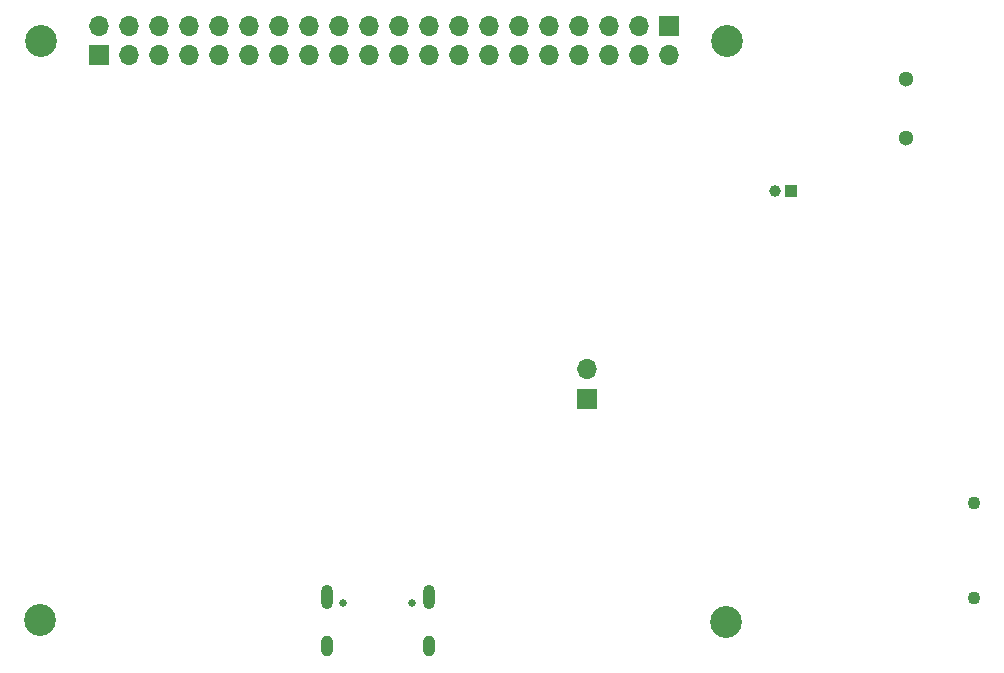
<source format=gbr>
%TF.GenerationSoftware,KiCad,Pcbnew,(6.0.0)*%
%TF.CreationDate,2022-08-30T21:50:04+08:00*%
%TF.ProjectId,F1C200S-HomeAssistant-Board,46314332-3030-4532-9d48-6f6d65417373,rev?*%
%TF.SameCoordinates,Original*%
%TF.FileFunction,Soldermask,Bot*%
%TF.FilePolarity,Negative*%
%FSLAX46Y46*%
G04 Gerber Fmt 4.6, Leading zero omitted, Abs format (unit mm)*
G04 Created by KiCad (PCBNEW (6.0.0)) date 2022-08-30 21:50:04*
%MOMM*%
%LPD*%
G01*
G04 APERTURE LIST*
%ADD10R,1.700000X1.700000*%
%ADD11O,1.700000X1.700000*%
%ADD12C,2.700000*%
%ADD13C,1.100000*%
%ADD14C,1.300000*%
%ADD15C,0.650000*%
%ADD16O,1.000000X2.100000*%
%ADD17O,1.000000X1.800000*%
%ADD18R,1.000000X1.000000*%
%ADD19C,1.000000*%
G04 APERTURE END LIST*
D10*
%TO.C,J4*%
X108245000Y-101900000D03*
D11*
X105705000Y-101900000D03*
X103165000Y-101900000D03*
X100625000Y-101900000D03*
X98085000Y-101900000D03*
X95545000Y-101900000D03*
X93005000Y-101900000D03*
X90465000Y-101900000D03*
X87925000Y-101900000D03*
X85385000Y-101900000D03*
X82845000Y-101900000D03*
X80305000Y-101900000D03*
X77765000Y-101900000D03*
X75225000Y-101900000D03*
X72685000Y-101900000D03*
X70145000Y-101900000D03*
X67605000Y-101900000D03*
X65065000Y-101900000D03*
X62525000Y-101900000D03*
X59985000Y-101900000D03*
%TD*%
D12*
%TO.C,H1*%
X55000000Y-152200000D03*
%TD*%
%TO.C,H2*%
X55100000Y-103200000D03*
%TD*%
D10*
%TO.C,J1*%
X101300000Y-133475000D03*
D11*
X101300000Y-130935000D03*
%TD*%
D13*
%TO.C,Card1*%
X134100000Y-150300000D03*
X134100000Y-142300000D03*
%TD*%
D12*
%TO.C,H3*%
X113200000Y-103200000D03*
%TD*%
D14*
%TO.C,USB1*%
X128312500Y-111400000D03*
X128312500Y-106400000D03*
%TD*%
D15*
%TO.C,U4*%
X86490000Y-150752500D03*
X80700000Y-150752500D03*
D16*
X79280000Y-150252500D03*
X87920000Y-150252500D03*
D17*
X87920000Y-154432500D03*
X79280000Y-154432500D03*
%TD*%
D10*
%TO.C,J2*%
X60000000Y-104400000D03*
D11*
X62540000Y-104400000D03*
X65080000Y-104400000D03*
X67620000Y-104400000D03*
X70160000Y-104400000D03*
X72700000Y-104400000D03*
X75240000Y-104400000D03*
X77780000Y-104400000D03*
X80320000Y-104400000D03*
X82860000Y-104400000D03*
X85400000Y-104400000D03*
X87940000Y-104400000D03*
X90480000Y-104400000D03*
X93020000Y-104400000D03*
X95560000Y-104400000D03*
X98100000Y-104400000D03*
X100640000Y-104400000D03*
X103180000Y-104400000D03*
X105720000Y-104400000D03*
X108260000Y-104400000D03*
%TD*%
D12*
%TO.C,H4*%
X113100000Y-152400000D03*
%TD*%
D18*
%TO.C,MIC1*%
X118600000Y-115900000D03*
D19*
X117200000Y-115900000D03*
%TD*%
M02*

</source>
